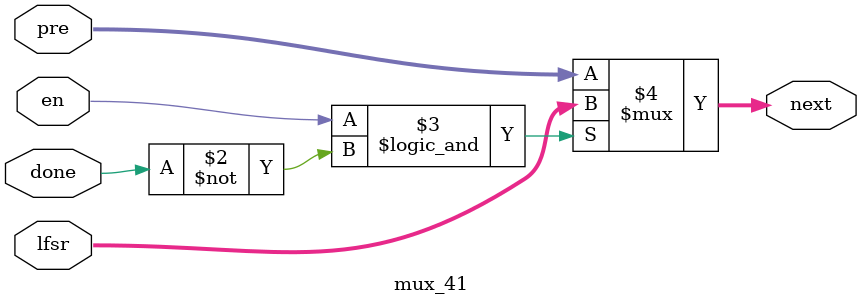
<source format=sv>
module mux_41 (
  input en,
  input done,
  input [3:0] pre,
  input [3:0] lfsr,
  output [3:0] next
);
 assign next=(en==1&&done==0)?lfsr:pre;
endmodule

</source>
